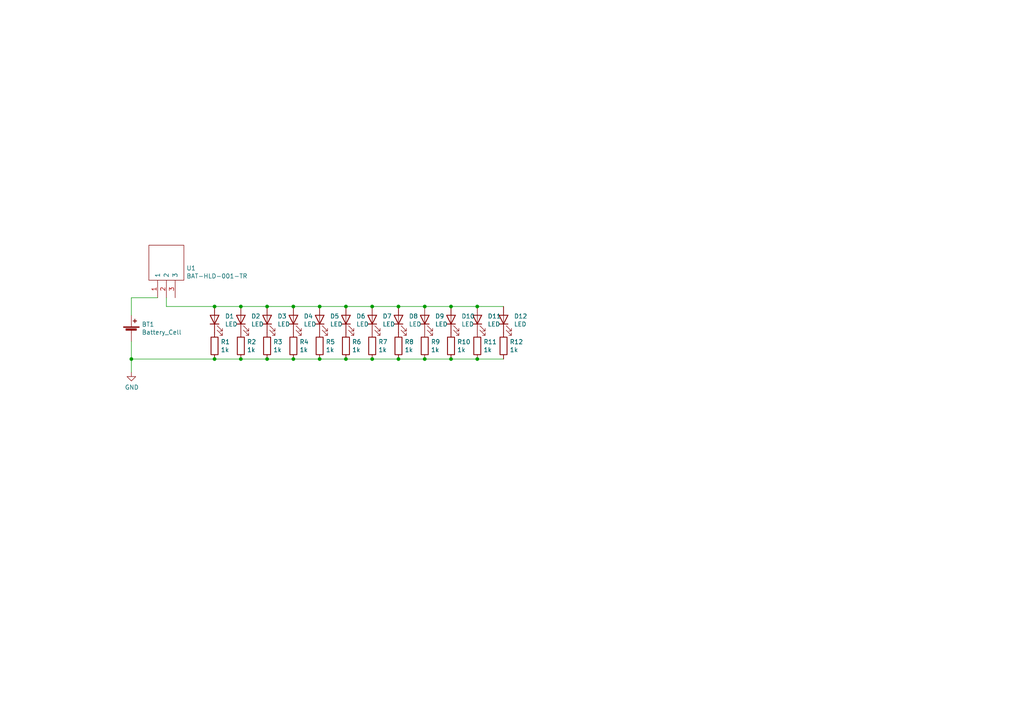
<source format=kicad_sch>
(kicad_sch (version 20211123) (generator eeschema)
  (paper "A4")
  (lib_symbols
    (symbol "BAT-HLD-001-TR:BAT-HLD-001-TR" (pin_names (offset 0.762))
      (property "Reference" "U" (at 16.51 7.62 0))
      (property "Value" "BAT-HLD-001-TR_BAT-HLD-001-TR" (at 16.51 5.08 0))
      (symbol "BAT-HLD-001-TR_0_0"
        (pin passive line (at 0 0 0) (length 5.08) (name "1") (number "1"))
        (pin passive line (at 0 -2.54 0) (length 5.08) (name "2") (number "2"))
        (pin passive line (at 0 -5.08 0) (length 5.08) (name "3") (number "3"))
      )
      (symbol "BAT-HLD-001-TR_0_1"
        (polyline (pts (xy 5.08 2.54) (xy 15.24 2.54) (xy 15.24 -7.62) (xy 5.08 -7.62) (xy 5.08 2.54)) (stroke (width 0.1524)))
      )
    )
    (symbol "Device:Battery_Cell" (pin_numbers hide) (pin_names (offset 0) hide)
      (property "Reference" "BT" (at 2.54 2.54 0))
      (property "Value" "Battery_Cell" (at 2.54 0 0))
      (symbol "Battery_Cell_0_1"
        (rectangle (start -2.286 1.778) (end 2.286 1.524) (fill (type outline)))
        (rectangle (start -1.5748 1.1938) (end 1.4732 0.6858) (fill (type outline)))
        (polyline (pts (xy 0 0.762) (xy 0 0)))
        (polyline (pts (xy 0 1.778) (xy 0 2.54)))
        (polyline (pts (xy 0.508 3.429) (xy 1.524 3.429)) (stroke (width 0.254)))
        (polyline (pts (xy 1.016 3.937) (xy 1.016 2.921)) (stroke (width 0.254)))
      )
      (symbol "Battery_Cell_1_1"
        (pin passive line (at 0 5.08 270) (length 2.54) (name "+") (number "1"))
        (pin passive line (at 0 -2.54 90) (length 2.54) (name "-") (number "2"))
      )
    )
    (symbol "Device:LED" (pin_numbers hide) (pin_names (offset 1.016) hide)
      (property "Reference" "D" (at 0 2.54 0))
      (property "Value" "LED" (at 0 -2.54 0))
      (symbol "LED_0_1"
        (polyline (pts (xy -1.27 -1.27) (xy -1.27 1.27)) (stroke (width 0.254)))
        (polyline (pts (xy -1.27 0) (xy 1.27 0)))
        (polyline (pts (xy 1.27 -1.27) (xy 1.27 1.27) (xy -1.27 0) (xy 1.27 -1.27)) (stroke (width 0.254)))
        (polyline (pts (xy -3.048 -0.762) (xy -4.572 -2.286) (xy -3.81 -2.286) (xy -4.572 -2.286) (xy -4.572 -1.524)))
        (polyline (pts (xy -1.778 -0.762) (xy -3.302 -2.286) (xy -2.54 -2.286) (xy -3.302 -2.286) (xy -3.302 -1.524)))
      )
      (symbol "LED_1_1"
        (pin passive line (at -3.81 0 0) (length 2.54) (name "K") (number "1"))
        (pin passive line (at 3.81 0 180) (length 2.54) (name "A") (number "2"))
      )
    )
    (symbol "Device:R" (pin_numbers hide) (pin_names (offset 0))
      (property "Reference" "R" (at 2.032 0 90))
      (property "Value" "R" (at 0 0 90))
      (symbol "R_0_1"
        (rectangle (start -1.016 -2.54) (end 1.016 2.54) (stroke (width 0.254)))
      )
      (symbol "R_1_1"
        (pin passive line (at 0 3.81 270) (length 1.27) (name "~") (number "1"))
        (pin passive line (at 0 -3.81 90) (length 1.27) (name "~") (number "2"))
      )
    )
    (symbol "power:GND" (power) (pin_names (offset 0))
      (property "Value" "GND" (at 0 -3.81 0))
      (symbol "GND_0_1"
        (polyline (pts (xy 0 0) (xy 0 -1.27) (xy 1.27 -1.27) (xy 0 -2.54) (xy -1.27 -1.27) (xy 0 -1.27)))
      )
      (symbol "GND_1_1"
        (pin power_in line (at 0 0 270) (length 0) hide (name "GND") (number "1"))
      )
    )
  )
  (junction (at 138.43 104.14))
  (junction (at 100.33 104.14))
  (junction (at 115.57 104.14))
  (junction (at 130.81 104.14))
  (junction (at 77.47 104.14))
  (junction (at 107.95 88.9))
  (junction (at 115.57 88.9))
  (junction (at 138.43 88.9))
  (junction (at 92.71 104.14))
  (junction (at 69.85 104.14))
  (junction (at 77.47 88.9))
  (junction (at 100.33 88.9))
  (junction (at 38.1 104.14))
  (junction (at 62.23 104.14))
  (junction (at 123.19 88.9))
  (junction (at 107.95 104.14))
  (junction (at 85.09 88.9))
  (junction (at 92.71 88.9))
  (junction (at 69.85 88.9))
  (junction (at 62.23 88.9))
  (junction (at 130.81 88.9))
  (junction (at 85.09 104.14))
  (junction (at 123.19 104.14))
  (wire (pts (xy 123.19 104.14) (xy 115.57 104.14)))
  (wire (pts (xy 92.71 104.14) (xy 85.09 104.14)))
  (wire (pts (xy 115.57 104.14) (xy 107.95 104.14)))
  (wire (pts (xy 69.85 104.14) (xy 62.23 104.14)))
  (wire (pts (xy 48.26 86.36) (xy 48.26 88.9)))
  (wire (pts (xy 85.09 88.9) (xy 92.71 88.9)))
  (wire (pts (xy 38.1 104.14) (xy 62.23 104.14)))
  (wire (pts (xy 100.33 88.9) (xy 107.95 88.9)))
  (wire (pts (xy 92.71 88.9) (xy 100.33 88.9)))
  (wire (pts (xy 77.47 88.9) (xy 85.09 88.9)))
  (wire (pts (xy 48.26 88.9) (xy 62.23 88.9)))
  (wire (pts (xy 62.23 88.9) (xy 69.85 88.9)))
  (wire (pts (xy 130.81 88.9) (xy 138.43 88.9)))
  (wire (pts (xy 69.85 88.9) (xy 77.47 88.9)))
  (wire (pts (xy 38.1 86.36) (xy 38.1 91.44)))
  (wire (pts (xy 138.43 88.9) (xy 146.05 88.9)))
  (wire (pts (xy 38.1 107.95) (xy 38.1 104.14)))
  (wire (pts (xy 38.1 86.36) (xy 45.72 86.36)))
  (wire (pts (xy 38.1 99.06) (xy 38.1 104.14)))
  (wire (pts (xy 85.09 104.14) (xy 77.47 104.14)))
  (wire (pts (xy 107.95 104.14) (xy 100.33 104.14)))
  (wire (pts (xy 138.43 104.14) (xy 130.81 104.14)))
  (wire (pts (xy 115.57 88.9) (xy 123.19 88.9)))
  (wire (pts (xy 107.95 88.9) (xy 115.57 88.9)))
  (wire (pts (xy 146.05 104.14) (xy 138.43 104.14)))
  (wire (pts (xy 123.19 88.9) (xy 130.81 88.9)))
  (wire (pts (xy 100.33 104.14) (xy 92.71 104.14)))
  (wire (pts (xy 130.81 104.14) (xy 123.19 104.14)))
  (wire (pts (xy 77.47 104.14) (xy 69.85 104.14)))
  (symbol (lib_id "Device:Battery_Cell") (at 38.1 96.52 0) (unit 1)
    (property "Reference" "BT1" (at 41.0972 94.0816 0) (effects (justify left)))
    (property "Value" "Battery_Cell" (at 41.0972 96.393 0) (effects (justify left)))
    (property "Footprint" "BC-2001:BC2001" (effects hide))
  )
  (symbol (lib_id "Device:LED") (at 62.23 92.71 90) (unit 1)
    (property "Reference" "D1" (at 65.2272 91.7194 90) (effects (justify right)))
    (property "Value" "LED" (at 65.2272 94.0308 90) (effects (justify right)))
    (property "Footprint" "LED_SMD:LED_0805_2012Metric_Pad1.15x1.40mm_HandSolder" (effects hide))
  )
  (symbol (lib_id "Device:LED") (at 69.85 92.71 90) (unit 1)
    (property "Reference" "D2" (at 72.8472 91.7194 90) (effects (justify right)))
    (property "Value" "LED" (at 72.8472 94.0308 90) (effects (justify right)))
    (property "Footprint" "LED_SMD:LED_0805_2012Metric_Pad1.15x1.40mm_HandSolder" (effects hide))
  )
  (symbol (lib_id "Device:LED") (at 77.47 92.71 90) (unit 1)
    (property "Reference" "D3" (at 80.4672 91.7194 90) (effects (justify right)))
    (property "Value" "LED" (at 80.4672 94.0308 90) (effects (justify right)))
    (property "Footprint" "LED_SMD:LED_0805_2012Metric_Pad1.15x1.40mm_HandSolder" (effects hide))
  )
  (symbol (lib_id "Device:LED") (at 85.09 92.71 90) (unit 1)
    (property "Reference" "D4" (at 88.0872 91.7194 90) (effects (justify right)))
    (property "Value" "LED" (at 88.0872 94.0308 90) (effects (justify right)))
    (property "Footprint" "LED_SMD:LED_0805_2012Metric_Pad1.15x1.40mm_HandSolder" (effects hide))
  )
  (symbol (lib_id "Device:LED") (at 92.71 92.71 90) (unit 1)
    (property "Reference" "D5" (at 95.7072 91.7194 90) (effects (justify right)))
    (property "Value" "LED" (at 95.7072 94.0308 90) (effects (justify right)))
    (property "Footprint" "LED_SMD:LED_0805_2012Metric_Pad1.15x1.40mm_HandSolder" (effects hide))
  )
  (symbol (lib_id "Device:LED") (at 100.33 92.71 90) (unit 1)
    (property "Reference" "D6" (at 103.3272 91.7194 90) (effects (justify right)))
    (property "Value" "LED" (at 103.3272 94.0308 90) (effects (justify right)))
    (property "Footprint" "LED_SMD:LED_0805_2012Metric_Pad1.15x1.40mm_HandSolder" (effects hide))
  )
  (symbol (lib_id "Device:LED") (at 107.95 92.71 90) (unit 1)
    (property "Reference" "D7" (at 110.9472 91.7194 90) (effects (justify right)))
    (property "Value" "LED" (at 110.9472 94.0308 90) (effects (justify right)))
    (property "Footprint" "LED_SMD:LED_0805_2012Metric_Pad1.15x1.40mm_HandSolder" (effects hide))
  )
  (symbol (lib_id "Device:LED") (at 115.57 92.71 90) (unit 1)
    (property "Reference" "D8" (at 118.5672 91.7194 90) (effects (justify right)))
    (property "Value" "LED" (at 118.5672 94.0308 90) (effects (justify right)))
    (property "Footprint" "LED_SMD:LED_0805_2012Metric_Pad1.15x1.40mm_HandSolder" (effects hide))
  )
  (symbol (lib_id "Device:LED") (at 123.19 92.71 90) (unit 1)
    (property "Reference" "D9" (at 126.1872 91.7194 90) (effects (justify right)))
    (property "Value" "LED" (at 126.1872 94.0308 90) (effects (justify right)))
    (property "Footprint" "LED_SMD:LED_0805_2012Metric_Pad1.15x1.40mm_HandSolder" (effects hide))
  )
  (symbol (lib_id "Device:LED") (at 130.81 92.71 90) (unit 1)
    (property "Reference" "D10" (at 133.8072 91.7194 90) (effects (justify right)))
    (property "Value" "LED" (at 133.8072 94.0308 90) (effects (justify right)))
    (property "Footprint" "LED_SMD:LED_0805_2012Metric_Pad1.15x1.40mm_HandSolder" (effects hide))
  )
  (symbol (lib_id "Device:LED") (at 138.43 92.71 90) (unit 1)
    (property "Reference" "D11" (at 141.4272 91.7194 90) (effects (justify right)))
    (property "Value" "LED" (at 141.4272 94.0308 90) (effects (justify right)))
    (property "Footprint" "LED_SMD:LED_0805_2012Metric_Pad1.15x1.40mm_HandSolder" (effects hide))
  )
  (symbol (lib_id "Device:LED") (at 146.05 92.71 90) (unit 1)
    (property "Reference" "D12" (at 149.0472 91.7194 90) (effects (justify right)))
    (property "Value" "LED" (at 149.0472 94.0308 90) (effects (justify right)))
    (property "Footprint" "LED_SMD:LED_0805_2012Metric_Pad1.15x1.40mm_HandSolder" (effects hide))
  )
  (symbol (lib_id "Device:R") (at 62.23 100.33 0) (unit 1)
    (property "Reference" "R1" (at 64.008 99.1616 0) (effects (justify left)))
    (property "Value" "1k" (at 64.008 101.473 0) (effects (justify left)))
    (property "Footprint" "Resistor_SMD:R_0805_2012Metric_Pad1.20x1.40mm_HandSolder" (effects hide))
  )
  (symbol (lib_id "Device:R") (at 69.85 100.33 0) (unit 1)
    (property "Reference" "R2" (at 71.628 99.1616 0) (effects (justify left)))
    (property "Value" "1k" (at 71.628 101.473 0) (effects (justify left)))
    (property "Footprint" "Resistor_SMD:R_0805_2012Metric_Pad1.20x1.40mm_HandSolder" (effects hide))
  )
  (symbol (lib_id "Device:R") (at 77.47 100.33 0) (unit 1)
    (property "Reference" "R3" (at 79.248 99.1616 0) (effects (justify left)))
    (property "Value" "1k" (at 79.248 101.473 0) (effects (justify left)))
    (property "Footprint" "Resistor_SMD:R_0805_2012Metric_Pad1.20x1.40mm_HandSolder" (effects hide))
  )
  (symbol (lib_id "Device:R") (at 85.09 100.33 0) (unit 1)
    (property "Reference" "R4" (at 86.868 99.1616 0) (effects (justify left)))
    (property "Value" "1k" (at 86.868 101.473 0) (effects (justify left)))
    (property "Footprint" "Resistor_SMD:R_0805_2012Metric_Pad1.20x1.40mm_HandSolder" (effects hide))
  )
  (symbol (lib_id "Device:R") (at 92.71 100.33 0) (unit 1)
    (property "Reference" "R5" (at 94.488 99.1616 0) (effects (justify left)))
    (property "Value" "1k" (at 94.488 101.473 0) (effects (justify left)))
    (property "Footprint" "Resistor_SMD:R_0805_2012Metric_Pad1.20x1.40mm_HandSolder" (effects hide))
  )
  (symbol (lib_id "Device:R") (at 100.33 100.33 0) (unit 1)
    (property "Reference" "R6" (at 102.108 99.1616 0) (effects (justify left)))
    (property "Value" "1k" (at 102.108 101.473 0) (effects (justify left)))
    (property "Footprint" "Resistor_SMD:R_0805_2012Metric_Pad1.20x1.40mm_HandSolder" (effects hide))
  )
  (symbol (lib_id "Device:R") (at 107.95 100.33 0) (unit 1)
    (property "Reference" "R7" (at 109.728 99.1616 0) (effects (justify left)))
    (property "Value" "1k" (at 109.728 101.473 0) (effects (justify left)))
    (property "Footprint" "Resistor_SMD:R_0805_2012Metric_Pad1.20x1.40mm_HandSolder" (effects hide))
  )
  (symbol (lib_id "Device:R") (at 115.57 100.33 0) (unit 1)
    (property "Reference" "R8" (at 117.348 99.1616 0) (effects (justify left)))
    (property "Value" "1k" (at 117.348 101.473 0) (effects (justify left)))
    (property "Footprint" "Resistor_SMD:R_0805_2012Metric_Pad1.20x1.40mm_HandSolder" (effects hide))
  )
  (symbol (lib_id "Device:R") (at 123.19 100.33 0) (unit 1)
    (property "Reference" "R9" (at 124.968 99.1616 0) (effects (justify left)))
    (property "Value" "1k" (at 124.968 101.473 0) (effects (justify left)))
    (property "Footprint" "Resistor_SMD:R_0805_2012Metric_Pad1.20x1.40mm_HandSolder" (effects hide))
  )
  (symbol (lib_id "Device:R") (at 130.81 100.33 0) (unit 1)
    (property "Reference" "R10" (at 132.588 99.1616 0) (effects (justify left)))
    (property "Value" "1k" (at 132.588 101.473 0) (effects (justify left)))
    (property "Footprint" "Resistor_SMD:R_0805_2012Metric_Pad1.20x1.40mm_HandSolder" (effects hide))
  )
  (symbol (lib_id "Device:R") (at 138.43 100.33 0) (unit 1)
    (property "Reference" "R11" (at 140.208 99.1616 0) (effects (justify left)))
    (property "Value" "1k" (at 140.208 101.473 0) (effects (justify left)))
    (property "Footprint" "Resistor_SMD:R_0805_2012Metric_Pad1.20x1.40mm_HandSolder" (effects hide))
  )
  (symbol (lib_id "Device:R") (at 146.05 100.33 0) (unit 1)
    (property "Reference" "R12" (at 147.828 99.1616 0) (effects (justify left)))
    (property "Value" "1k" (at 147.828 101.473 0) (effects (justify left)))
    (property "Footprint" "Resistor_SMD:R_0805_2012Metric_Pad1.20x1.40mm_HandSolder" (effects hide))
  )
  (symbol (lib_id "BAT-HLD-001-TR:BAT-HLD-001-TR") (at 45.72 86.36 90) (unit 1)
    (property "Reference" "U1" (at 54.0512 77.7748 90) (effects (justify right)))
    (property "Value" "BAT-HLD-001-TR" (at 54.0512 80.0862 90) (effects (justify right)))
    (property "Footprint" "BATHLD001TR" (effects hide))
    (property "Datasheet" "https://datasheet.datasheetarchive.com/originals/distributors/DKDS-31/603271.pdf" (effects hide))
    (property "Description" "Coin Cell Battery Holders Linx CR2032 Battery Holder, Tape n Reel" (effects hide))
    (property "Height" "4.2" (effects hide))
    (property "Manufacturer_Name" "Linx Technologies" (effects hide))
    (property "Manufacturer_Part_Number" "BAT-HLD-001-TR" (effects hide))
    (property "Mouser Part Number" "712-BAT-HLD-001-TR" (effects hide))
    (property "Mouser Price/Stock" "https://www.mouser.co.uk/ProductDetail/Linx-Technologies/BAT-HLD-001-TR?qs=K5ta8V%252BWhtZh3MyWmkkmjQ%3D%3D" (effects hide))
  )
  (symbol (lib_id "power:GND") (at 38.1 107.95 0) (unit 1)
    (property "Reference" "#PWR01" (effects hide))
    (property "Value" "GND" (at 38.227 112.3442 0))
  )
)
</source>
